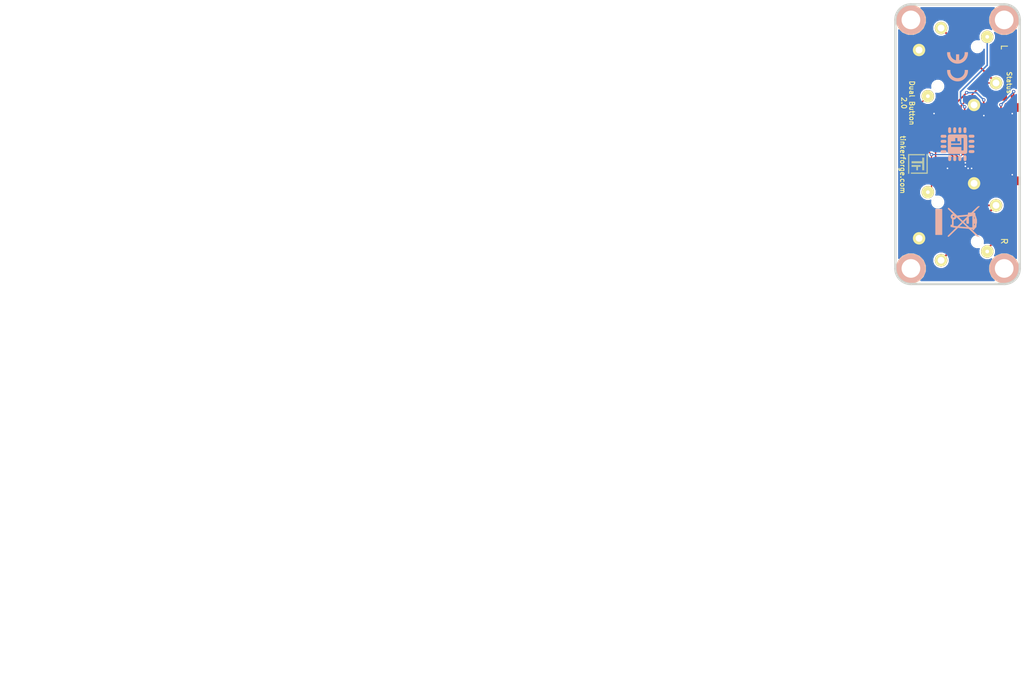
<source format=kicad_pcb>
(kicad_pcb (version 4) (host pcbnew 4.0.2+dfsg1-stable)
  (title_block (title "Dual Button Bricklet") (date 2018-02-21) (rev 2.0) (company "Tinkerforge GmbH") (comment 1 "Licensed under CERN OHL v.1.1") (comment 2 "Copyright (©) 2018, L.Lauer <lukas@tinkerforge.com>"))
  (layers (0 Vorderseite signal) (31 Rückseite signal) (34 B.Paste user) (35 F.Paste user) (36 B.SilkS user) (37 F.SilkS user) (38 B.Mask user) (39 F.Mask user) (44 Edge.Cuts user))
  (net 0 "")
  (net 1 D1)
  (net 2 D2)
  (net 3 GND)
  (net 4 SW1)
  (net 5 SW2)
  (net 6 VCC)
  (net 7 "Net-(C2-Pad2)")
  (net 8 "Net-(D1-Pad2)")
  (net 9 "Net-(P1-Pad1)")
  (net 10 "Net-(P1-Pad4)")
  (net 11 "Net-(P1-Pad5)")
  (net 12 "Net-(P1-Pad6)")
  (net 13 "Net-(P2-Pad1)")
  (net 14 "Net-(P3-Pad2)")
  (net 15 "Net-(R1-Pad1)")
  (net 16 S-MISO)
  (net 17 S-MOSI)
  (net 18 S-CLK)
  (net 19 S-CS)
  (net 20 "Net-(U1-Pad5)")
  (net 21 "Net-(U1-Pad6)")
  (net 22 "Net-(U1-Pad8)")
  (net 23 "Net-(U1-Pad16)")
  (net 24 "Net-(U1-Pad17)")
  (net 25 "Net-(U1-Pad21)")
  (net 26 "Net-(R2-Pad1)")
  (net 27 "Net-(R3-Pad1)")
  (net 28 "Net-(U1-Pad11)")
  (net 29 "Net-(U1-Pad12)")
  (net 30 "Net-(U1-Pad13)")
  (net 31 "Net-(U1-Pad14)")
  (net 32 "Net-(U1-Pad4)")
  (module kicad-libraries:TACT_SWITCH_12mm (layer Vorderseite) (at 169 96.5 45)
    (fp_text reference SW2)
    (fp_text value TACT_SWITCH_12MM)
    (pad 1 thru_hole circle (at -6.75 0 45) (size 2 2) (drill 0.6) (layers *.Cu *.Mask F.SilkS) (net 6 VCC))
    (pad 2 thru_hole circle (at 6.75 0 45) (size 2 2) (drill 0.6) (layers *.Cu *.Mask F.SilkS) (net 27 "Net-(R3-Pad1)"))
    (pad 3 thru_hole circle (at -2.5 -6.26 45) (size 2 2) (drill 1.1) (layers *.Cu *.Mask F.SilkS) (net 3 GND))
    (pad 4 thru_hole circle (at 2.5 -6.25 45) (size 2 2) (drill 1.1) (layers *.Cu *.Mask F.SilkS) (net 5 SW2))
    (pad 3 thru_hole circle (at -2.5 6.25 45) (size 2 2) (drill 1.1) (layers *.Cu *.Mask F.SilkS) (net 3 GND))
    (pad 4 thru_hole circle (at 2.5 6.25 45) (size 2 2) (drill 1.1) (layers *.Cu *.Mask F.SilkS) (net 5 SW2))
    (pad "" np_thru_hole circle (at -4.5 0 45) (size 1.6 1.6) (drill 1.6) (layers *.Cu *.Mask F.SilkS))
    (pad "" np_thru_hole circle (at 4.5 0 45) (size 1.6 1.6) (drill 1.6) (layers *.Cu *.Mask F.SilkS))
  )
  (module Logo_31x31 (layer Vorderseite) (at 164.2 110.6 270)
    (fp_text reference Ref** hide)
    (fp_text value Val** hide)
  )
  (module kicad-libraries:TACT_SWITCH_12mm (layer Vorderseite) (at 169 121.5 315)
    (fp_text reference SW1)
    (fp_text value TACT_SWITCH_12MM)
    (pad 1 thru_hole circle (at -6.75 0 315) (size 2 2) (drill 0.6) (layers *.Cu *.Mask F.SilkS) (net 6 VCC))
    (pad 2 thru_hole circle (at 6.75 0 315) (size 2 2) (drill 0.6) (layers *.Cu *.Mask F.SilkS) (net 26 "Net-(R2-Pad1)"))
    (pad 3 thru_hole circle (at -2.5 -6.26 315) (size 2 2) (drill 1.1) (layers *.Cu *.Mask F.SilkS) (net 3 GND))
    (pad 4 thru_hole circle (at 2.5 -6.25 315) (size 2 2) (drill 1.1) (layers *.Cu *.Mask F.SilkS) (net 4 SW1))
    (pad 3 thru_hole circle (at -2.5 6.25 315) (size 2 2) (drill 1.1) (layers *.Cu *.Mask F.SilkS) (net 3 GND))
    (pad 4 thru_hole circle (at 2.5 6.25 315) (size 2 2) (drill 1.1) (layers *.Cu *.Mask F.SilkS) (net 4 SW1))
    (pad "" np_thru_hole circle (at -4.5 0 315) (size 1.6 1.6) (drill 1.6) (layers *.Cu *.Mask F.SilkS))
    (pad "" np_thru_hole circle (at 4.5 0 315) (size 1.6 1.6) (drill 1.6) (layers *.Cu *.Mask F.SilkS))
  )
  (module kicad-libraries:CE_5mm (layer Rückseite) (at 169 96.5 90)
    (fp_text reference VAL hide)
    (fp_text value CE_5mm hide)
  )
  (module kicad-libraries:WEEE_7mm (layer Rückseite) (at 169 121.5 90)
    (fp_text reference VAL hide)
    (fp_text value WEEE_7mm hide)
  )
  (module kicad-libraries:D0603F (layer Vorderseite) (at 177.26 101.54 180)
    (fp_text reference D1)
    (fp_text value blue)
    (pad 1 smd rect (at -0.75 0 180) (size 0.9 0.9) (layers Vorderseite F.Paste F.Mask) (net 6 VCC))
    (pad 2 smd rect (at 0.75 0 180) (size 0.9 0.9) (layers Vorderseite F.Paste F.Mask) (net 8 "Net-(D1-Pad2)"))
  )
  (module kicad-libraries:CON-SENSOR2 (layer Vorderseite) (at 179 109 90)
    (fp_text reference P1)
    (fp_text value CON-SENSOR2)
    (pad 1 smd rect (at -3.75 -4.6 90) (size 0.6 1.8) (layers Vorderseite F.Paste F.Mask) (net 9 "Net-(P1-Pad1)"))
    (pad 2 smd rect (at -2.5 -4.6 90) (size 0.6 1.8) (layers Vorderseite F.Paste F.Mask) (net 3 GND))
    (pad EP smd rect (at -5.9 -1.2 90) (size 1.4 2.4) (layers Vorderseite F.Paste F.Mask) (net 3 GND))
    (pad EP smd rect (at 5.9 -1.2 90) (size 1.4 2.4) (layers Vorderseite F.Paste F.Mask) (net 3 GND))
    (pad 3 smd rect (at -1.25 -4.6 90) (size 0.6 1.8) (layers Vorderseite F.Paste F.Mask) (net 6 VCC))
    (pad 4 smd rect (at 0 -4.6 90) (size 0.6 1.8) (layers Vorderseite F.Paste F.Mask) (net 10 "Net-(P1-Pad4)"))
    (pad 5 smd rect (at 1.25 -4.6 90) (size 0.6 1.8) (layers Vorderseite F.Paste F.Mask) (net 11 "Net-(P1-Pad5)"))
    (pad 6 smd rect (at 2.5 -4.6 90) (size 0.6 1.8) (layers Vorderseite F.Paste F.Mask) (net 12 "Net-(P1-Pad6)"))
    (pad 7 smd rect (at 3.75 -4.6 90) (size 0.6 1.8) (layers Vorderseite F.Paste F.Mask) (net 7 "Net-(C2-Pad2)"))
  )
  (module kicad-libraries:DEBUG_PAD (layer Vorderseite) (at 163.03 107.94)
    (fp_text reference P2)
    (fp_text value DEBUG)
    (pad 1 smd circle (at 0 0) (size 0.7 0.7) (layers Vorderseite F.Paste F.Mask) (net 13 "Net-(P2-Pad1)"))
  )
  (module kicad-libraries:SolderJumper (layer Vorderseite) (at 166.68 112.19 135)
    (fp_text reference P3)
    (fp_text value BOOT)
    (pad 2 smd rect (at 0.55 0 135) (size 0.3 1.4) (layers Vorderseite F.Mask) (net 14 "Net-(P3-Pad2)"))
    (pad 2 smd rect (at 0.15 0 135) (size 0.6 0.5) (layers Vorderseite F.Mask) (net 14 "Net-(P3-Pad2)"))
    (pad 1 smd rect (at -0.5 0 135) (size 0.4 1.4) (layers Vorderseite F.Mask) (net 3 GND))
    (pad 1 smd rect (at -0.225 0.55 135) (size 0.95 0.3) (layers Vorderseite F.Mask) (net 3 GND))
    (pad 1 smd rect (at -0.225 -0.55 135) (size 0.95 0.3) (layers Vorderseite F.Mask) (net 3 GND))
  )
  (module kicad-libraries:R0603F (layer Vorderseite) (at 174.28 102.38 45)
    (fp_text reference R1)
    (fp_text value 1k)
    (pad 1 smd rect (at -0.75 0 45) (size 0.9 0.9) (layers Vorderseite F.Paste F.Mask) (net 15 "Net-(R1-Pad1)"))
    (pad 2 smd rect (at 0.75 0 45) (size 0.9 0.9) (layers Vorderseite F.Paste F.Mask) (net 8 "Net-(D1-Pad2)"))
  )
  (module kicad-libraries:4X0402 (layer Vorderseite) (at 172.1 107.1 90)
    (fp_text reference RP2)
    (fp_text value 82)
    (pad 1 smd rect (at -0.7493 0.575 270) (size 0.29972 0.65) (layers Vorderseite F.Paste F.Mask) (net 10 "Net-(P1-Pad4)"))
    (pad 2 smd rect (at -0.24892 0.575 270) (size 0.29972 0.65) (layers Vorderseite F.Paste F.Mask) (net 11 "Net-(P1-Pad5)"))
    (pad 3 smd rect (at 0.24892 0.575 270) (size 0.29972 0.65) (layers Vorderseite F.Paste F.Mask) (net 12 "Net-(P1-Pad6)"))
    (pad 4 smd rect (at 0.7493 0.575 270) (size 0.29972 0.65) (layers Vorderseite F.Paste F.Mask) (net 7 "Net-(C2-Pad2)"))
    (pad 5 smd rect (at 0.7493 -0.575 90) (size 0.29972 0.65) (layers Vorderseite F.Paste F.Mask) (net 16 S-MISO))
    (pad 6 smd rect (at 0.24892 -0.575 90) (size 0.29972 0.65) (layers Vorderseite F.Paste F.Mask) (net 17 S-MOSI))
    (pad 7 smd rect (at -0.24892 -0.575 90) (size 0.29972 0.65) (layers Vorderseite F.Paste F.Mask) (net 18 S-CLK))
    (pad 8 smd rect (at -0.7493 -0.575 90) (size 0.29972 0.65) (layers Vorderseite F.Paste F.Mask) (net 19 S-CS))
  )
  (module kicad-libraries:QFN24-4x4mm-0.5mm (layer Vorderseite) (at 166.54 107.49 225)
    (fp_text reference U1)
    (fp_text value XMC1XXX24)
    (pad 1 smd oval (at -2.025 -1.25 225) (size 1 0.3) (layers Vorderseite F.Paste F.Mask) (net 16 S-MISO))
    (pad 2 smd oval (at -2.025 -0.75 225) (size 1 0.3) (layers Vorderseite F.Paste F.Mask) (net 2 D2))
    (pad 3 smd oval (at -2.025 -0.25 225) (size 1 0.3) (layers Vorderseite F.Paste F.Mask) (net 5 SW2))
    (pad 4 smd oval (at -2.025 0.25 225) (size 1 0.3) (layers Vorderseite F.Paste F.Mask) (net 32 "Net-(U1-Pad4)"))
    (pad 5 smd oval (at -2.025 0.75 225) (size 1 0.3) (layers Vorderseite F.Paste F.Mask) (net 20 "Net-(U1-Pad5)"))
    (pad 6 smd oval (at -2.025 1.25 225) (size 1 0.3) (layers Vorderseite F.Paste F.Mask) (net 21 "Net-(U1-Pad6)"))
    (pad 7 smd oval (at -1.25 2.025 315) (size 1 0.3) (layers Vorderseite F.Paste F.Mask) (net 15 "Net-(R1-Pad1)"))
    (pad 8 smd oval (at -0.75 2.025 315) (size 1 0.3) (layers Vorderseite F.Paste F.Mask) (net 22 "Net-(U1-Pad8)"))
    (pad 9 smd oval (at -0.25 2.025 315) (size 1 0.3) (layers Vorderseite F.Paste F.Mask) (net 3 GND))
    (pad 10 smd oval (at 0.25 2.025 315) (size 1 0.3) (layers Vorderseite F.Paste F.Mask) (net 6 VCC))
    (pad 11 smd oval (at 0.75 2.025 315) (size 1 0.3) (layers Vorderseite F.Paste F.Mask) (net 28 "Net-(U1-Pad11)"))
    (pad 12 smd oval (at 1.25 2.025 315) (size 1 0.3) (layers Vorderseite F.Paste F.Mask) (net 29 "Net-(U1-Pad12)"))
    (pad 13 smd oval (at 2.025 1.25 225) (size 1 0.3) (layers Vorderseite F.Paste F.Mask) (net 30 "Net-(U1-Pad13)"))
    (pad 14 smd oval (at 2.025 0.75 225) (size 1 0.3) (layers Vorderseite F.Paste F.Mask) (net 31 "Net-(U1-Pad14)"))
    (pad 15 smd oval (at 2.025 0.25 225) (size 1 0.3) (layers Vorderseite F.Paste F.Mask) (net 13 "Net-(P2-Pad1)"))
    (pad 16 smd oval (at 2.025 -0.25 225) (size 1 0.3) (layers Vorderseite F.Paste F.Mask) (net 23 "Net-(U1-Pad16)"))
    (pad 17 smd oval (at 2.025 -0.75 225) (size 1 0.3) (layers Vorderseite F.Paste F.Mask) (net 24 "Net-(U1-Pad17)"))
    (pad 18 smd oval (at 2.025 -1.25 225) (size 1 0.3) (layers Vorderseite F.Paste F.Mask) (net 14 "Net-(P3-Pad2)"))
    (pad 19 smd oval (at 1.25 -2.025 315) (size 1 0.3) (layers Vorderseite F.Paste F.Mask) (net 4 SW1))
    (pad 20 smd oval (at 0.75 -2.025 315) (size 1 0.3) (layers Vorderseite F.Paste F.Mask) (net 1 D1))
    (pad 21 smd oval (at 0.25 -2.025 315) (size 1 0.3) (layers Vorderseite F.Paste F.Mask) (net 25 "Net-(U1-Pad21)"))
    (pad 22 smd oval (at -0.25 -2.025 315) (size 1 0.3) (layers Vorderseite F.Paste F.Mask) (net 19 S-CS))
    (pad 23 smd oval (at -0.75 -2.025 315) (size 1 0.3) (layers Vorderseite F.Paste F.Mask) (net 18 S-CLK))
    (pad 24 smd oval (at -1.25 -2.025 315) (size 1 0.3) (layers Vorderseite F.Paste F.Mask) (net 17 S-MOSI))
    (pad EXP smd rect (at 0.65 0.65 225) (size 1.3 1.3) (layers Vorderseite F.Paste F.Mask) (net 3 GND))
    (pad EXP smd rect (at 0.65 -0.65 225) (size 1.3 1.3) (layers Vorderseite F.Paste F.Mask) (net 3 GND))
    (pad EXP smd rect (at -0.65 0.65 225) (size 1.3 1.3) (layers Vorderseite F.Paste F.Mask) (net 3 GND))
    (pad EXP smd rect (at -0.65 -0.65 225) (size 1.3 1.3) (layers Vorderseite F.Paste F.Mask) (net 3 GND))
  )
  (module kicad-libraries:C0603F (layer Vorderseite) (at 164.18 105.12 225)
    (fp_text reference C4)
    (fp_text value 100nF)
    (pad 1 smd rect (at -0.75 0 225) (size 0.9 0.9) (layers Vorderseite F.Paste F.Mask) (net 3 GND))
    (pad 2 smd rect (at 0.75 0 225) (size 0.9 0.9) (layers Vorderseite F.Paste F.Mask) (net 6 VCC))
  )
  (module kicad-libraries:C0603F (layer Vorderseite) (at 170.99 111.42 90)
    (fp_text reference C3)
    (fp_text value 1uF)
    (pad 1 smd rect (at -0.75 0 90) (size 0.9 0.9) (layers Vorderseite F.Paste F.Mask) (net 3 GND))
    (pad 2 smd rect (at 0.75 0 90) (size 0.9 0.9) (layers Vorderseite F.Paste F.Mask) (net 6 VCC))
  )
  (module kicad-libraries:C0805 (layer Vorderseite) (at 172.46 111.21 90)
    (fp_text reference C1)
    (fp_text value 10uF)
    (pad 1 smd rect (at -1.00076 0 90) (size 1.00076 1.24968) (layers Vorderseite F.Paste F.Mask) (net 3 GND) (clearance 0.14986))
    (pad 2 smd rect (at 1.00076 0 90) (size 1.00076 1.24968) (layers Vorderseite F.Paste F.Mask) (net 6 VCC) (clearance 0.14986))
  )
  (module kicad-libraries:R0603F (layer Vorderseite) (at 174.4 115.96 135)
    (fp_text reference R2)
    (fp_text value 1k)
    (pad 1 smd rect (at -0.75 0 135) (size 0.9 0.9) (layers Vorderseite F.Paste F.Mask) (net 26 "Net-(R2-Pad1)"))
    (pad 2 smd rect (at 0.75 0 135) (size 0.9 0.9) (layers Vorderseite F.Paste F.Mask) (net 1 D1))
  )
  (module kicad-libraries:R0603F (layer Vorderseite) (at 170.39 105.17 225)
    (fp_text reference R3)
    (fp_text value 1k)
    (pad 1 smd rect (at -0.75 0 225) (size 0.9 0.9) (layers Vorderseite F.Paste F.Mask) (net 27 "Net-(R3-Pad1)"))
    (pad 2 smd rect (at 0.75 0 225) (size 0.9 0.9) (layers Vorderseite F.Paste F.Mask) (net 2 D2))
  )
  (module kicad-libraries:Logo_CoMCU (layer Rückseite) (at 169 109 90)
    (fp_text reference G*** hide)
    (fp_text value LOGO hide)
  )
  (module kicad-libraries:DRILL_NP (layer Vorderseite) (at 176.5 89)
    (fp_text reference U5 hide)
    (fp_text value DRILL hide)
    (pad "" np_thru_hole circle (at 0 0) (size 2.99974 2.99974) (drill 2.99974) (layers *.Cu *.Mask F.SilkS) (clearance 0.89916))
  )
  (module kicad-libraries:DRILL_NP (layer Vorderseite) (at 176.5 129 90)
    (fp_text reference U4 hide)
    (fp_text value DRILL hide)
    (pad "" np_thru_hole circle (at 0 0 90) (size 2.99974 2.99974) (drill 2.99974) (layers *.Cu *.Mask F.SilkS) (clearance 0.89916))
  )
  (module kicad-libraries:DRILL_NP (layer Vorderseite) (at 161.5 129)
    (fp_text reference U3 hide)
    (fp_text value DRILL hide)
    (pad "" np_thru_hole circle (at 0 0) (size 2.99974 2.99974) (drill 2.99974) (layers *.Cu *.Mask F.SilkS) (clearance 0.89916))
  )
  (module kicad-libraries:DRILL_NP (layer Vorderseite) (at 161.5 89 90)
    (fp_text reference U2 hide)
    (fp_text value DRILL hide)
    (pad "" np_thru_hole circle (at 0 0 90) (size 2.99974 2.99974) (drill 2.99974) (layers *.Cu *.Mask F.SilkS) (clearance 0.89916))
  )
  (module kicad-libraries:Fiducial_Mark (layer Vorderseite) (at 160.5 93)
    (fp_text reference Fiducial_Mark hide)
    (fp_text value VAL** hide)
    (pad 1 smd circle (at 0 0) (size 1.00076 1.00076) (layers Vorderseite F.Paste F.Mask) (clearance 0.65024))
  )
  (module kicad-libraries:Fiducial_Mark (layer Vorderseite) (at 177.5 117)
    (fp_text reference Fiducial_Mark hide)
    (fp_text value VAL** hide)
    (pad 1 smd circle (at 0 0) (size 1.00076 1.00076) (layers Vorderseite F.Paste F.Mask) (clearance 0.65024))
  )
  (module kicad-libraries:C0402F (layer Vorderseite) (at 172.6 104.9 270)
    (fp_text reference C2)
    (fp_text value 220pF)
    (pad 2 smd rect (at 0.5 0 270) (size 0.6 0.7) (layers Vorderseite F.Paste F.Mask) (net 7 "Net-(C2-Pad2)"))
    (pad 1 smd rect (at -0.5 0 270) (size 0.6 0.7) (layers Vorderseite F.Paste F.Mask) (net 3 GND))
  )
  (gr_text Status (at 177.31 99.1 270) (layer F.SilkS) (effects (font (size 0.75 0.75))))
  (gr_text R (at 176.5 124.61 270) (layer F.SilkS) (effects (font (size 1 1))))
  (gr_text L (at 176.5 93.39 270) (layer F.SilkS) (effects (font (size 1 1))))
  (gr_line (start 176.5 131.5) (end 161.55 131.5) (angle 90) (layer Edge.Cuts) (width 0.381))
  (gr_line (start 159 129.05) (end 159 89) (angle 90) (layer Edge.Cuts) (width 0.381))
  (gr_arc (start 161.5 129) (end 161.55 131.5) (angle 90) (layer Edge.Cuts) (width 0.381))
  (gr_line (start 161.5 86.5) (end 176.5 86.5) (angle 90) (layer Edge.Cuts) (width 0.381))
  (gr_line (start 179 89) (end 179 129) (angle 90) (layer Edge.Cuts) (width 0.381))
  (gr_arc (start 176.5 89) (end 176.5 86.5) (angle 90) (layer Edge.Cuts) (width 0.381))
  (gr_arc (start 161.5 89) (end 159 89) (angle 90) (layer Edge.Cuts) (width 0.381))
  (gr_arc (start 176.5 129) (end 179 129) (angle 90) (layer Edge.Cuts) (width 0.381))
  (gr_text tinkerforge.com (at 160.2 112.3 270) (layer F.SilkS) (effects (font (size 0.8001 0.8001) (thickness 0.14986))))
  (gr_text "Dual Button\n2.0\n" (at 161.02 102.37 270) (layer F.SilkS) (effects (font (size 0.8001 0.8001) (thickness 0.14986))))
  (segment (start 167.441561 109.452221) (end 167.441561 109.461561) (width 0.25) (layer Vorderseite) (net 1))
  (segment (start 167.441561 109.461561) (end 169.48 111.5) (width 0.25) (layer Vorderseite) (net 1))
  (segment (start 169.48 111.5) (end 169.48 112.84) (width 0.25) (layer Vorderseite) (net 1))
  (segment (start 169.48 112.84) (end 170.34 113.7) (width 0.25) (layer Vorderseite) (net 1))
  (segment (start 170.34 113.7) (end 172.14 113.7) (width 0.25) (layer Vorderseite) (net 1))
  (segment (start 172.14 113.7) (end 173.86967 115.42967) (width 0.25) (layer Vorderseite) (net 1))
  (segment (start 168.502221 106.588439) (end 168.502221 106.587779) (width 0.2) (layer Vorderseite) (net 2))
  (segment (start 168.502221 106.587779) (end 168.98 106.11) (width 0.2) (layer Vorderseite) (net 2))
  (segment (start 168.98 106.11) (end 169.45 106.11) (width 0.2) (layer Vorderseite) (net 2))
  (segment (start 169.45 106.11) (end 169.85967 105.70033) (width 0.2) (layer Vorderseite) (net 2))
  (segment (start 172.6 104.4) (end 173.23 104.4) (width 0.55) (layer Vorderseite) (net 3))
  (via (at 173.23 104.4) (size 0.55) (drill 0.25) (layers Vorderseite Rückseite) (net 3))
  (segment (start 167.033553 112.543553) (end 167.38 112.89) (width 0.2) (layer Vorderseite) (net 3))
  (via (at 167.38 112.89) (size 0.55) (drill 0.25) (layers Vorderseite Rückseite) (net 3))
  (segment (start 166.45019 112.738008) (end 166.458008 112.738008) (width 0.2) (layer Vorderseite) (net 3))
  (segment (start 166.458008 112.738008) (end 166.55 112.83) (width 0.2) (layer Vorderseite) (net 3))
  (segment (start 166.55 112.83) (end 166.76 112.83) (width 0.2) (layer Vorderseite) (net 3))
  (segment (start 166.76 112.83) (end 167.05 112.54) (width 0.2) (layer Vorderseite) (net 3))
  (segment (start 167.05 112.54) (end 167.033553 112.543553) (width 0.2) (layer Vorderseite) (net 3))
  (segment (start 167.228008 111.96019) (end 167.228008 111.978008) (width 0.2) (layer Vorderseite) (net 3))
  (segment (start 167.228008 111.978008) (end 167.33 112.08) (width 0.2) (layer Vorderseite) (net 3))
  (segment (start 167.33 112.08) (end 167.33 112.26) (width 0.2) (layer Vorderseite) (net 3))
  (segment (start 167.33 112.26) (end 167.04 112.55) (width 0.2) (layer Vorderseite) (net 3))
  (segment (start 167.04 112.55) (end 167.033553 112.543553) (width 0.2) (layer Vorderseite) (net 3))
  (segment (start 164.71033 104.58967) (end 164.71033 104.57967) (width 0.55) (layer Vorderseite) (net 3))
  (segment (start 164.71033 104.57967) (end 165.22 104.07) (width 0.55) (layer Vorderseite) (net 3))
  (via (at 165.22 104.07) (size 0.55) (drill 0.25) (layers Vorderseite Rückseite) (net 3))
  (segment (start 165.620761 107.49) (end 166.54 106.570761) (width 0.2) (layer Vorderseite) (net 3))
  (segment (start 167.459239 107.49) (end 166.54 108.409239) (width 0.2) (layer Vorderseite) (net 3))
  (segment (start 166.54 108.409239) (end 165.620761 107.49) (width 0.2) (layer Vorderseite) (net 3))
  (segment (start 166.54 106.570761) (end 167.459239 107.49) (width 0.2) (layer Vorderseite) (net 3))
  (segment (start 165.284885 105.881332) (end 165.301332 105.881332) (width 0.2) (layer Vorderseite) (net 3))
  (segment (start 165.301332 105.881332) (end 165.990761 106.570761) (width 0.2) (layer Vorderseite) (net 3))
  (segment (start 165.990761 106.570761) (end 166.54 106.570761) (width 0.2) (layer Vorderseite) (net 3))
  (segment (start 165.284885 105.881332) (end 165.284885 105.874885) (width 0.2) (layer Vorderseite) (net 3))
  (segment (start 165.284885 105.874885) (end 164.91 105.5) (width 0.2) (layer Vorderseite) (net 3))
  (segment (start 164.91 105.5) (end 164.91 104.78934) (width 0.2) (layer Vorderseite) (net 3))
  (segment (start 164.91 104.78934) (end 164.71033 104.58967) (width 0.2) (layer Vorderseite) (net 3))
  (segment (start 177.8 114.9) (end 177.8 113.92) (width 0.55) (layer Vorderseite) (net 3))
  (via (at 177.8 113.92) (size 0.55) (drill 0.25) (layers Vorderseite Rückseite) (net 3))
  (segment (start 177.8 103.1) (end 177.8 104.08) (width 0.55) (layer Vorderseite) (net 3))
  (via (at 177.8 104.08) (size 0.55) (drill 0.25) (layers Vorderseite Rückseite) (net 3))
  (via (at 171.26 112.9) (size 0.55) (drill 0.25) (layers Vorderseite Rückseite) (net 3))
  (segment (start 170.26 112) (end 170.82 112) (width 0.55) (layer Vorderseite) (net 3))
  (via (at 170.26 112) (size 0.55) (drill 0.25) (layers Vorderseite Rückseite) (net 3))
  (segment (start 170.82 112) (end 170.99 112.17) (width 0.55) (layer Vorderseite) (net 3))
  (segment (start 170.7 112.9) (end 171.26 112.9) (width 0.55) (layer Vorderseite) (net 3))
  (segment (start 170.99 112.63) (end 171.26 112.9) (width 0.55) (layer Vorderseite) (net 3))
  (segment (start 170.99 112.63) (end 170.99 112.17) (width 0.55) (layer Vorderseite) (net 3))
  (via (at 170.7 112.9) (size 0.55) (drill 0.25) (layers Vorderseite Rückseite) (net 3))
  (segment (start 170.7 112.9) (end 170.6 112.9) (width 0.55) (layer Vorderseite) (net 3))
  (segment (start 170.99 112.61) (end 170.7 112.9) (width 0.55) (layer Vorderseite) (net 3))
  (via (at 170.26 112.56) (size 0.55) (drill 0.25) (layers Vorderseite Rückseite) (net 3))
  (segment (start 170.26 112) (end 170.26 112.56) (width 0.55) (layer Vorderseite) (net 3))
  (segment (start 170.43 112.17) (end 170.26 112) (width 0.55) (layer Vorderseite) (net 3))
  (segment (start 170.43 112.17) (end 170.99 112.17) (width 0.55) (layer Vorderseite) (net 3))
  (segment (start 170.65 112.17) (end 170.26 112.56) (width 0.55) (layer Vorderseite) (net 3))
  (segment (start 170.6 112.9) (end 170.26 112.56) (width 0.55) (layer Vorderseite) (net 3))
  (segment (start 170.99 112.17) (end 170.99 112.61) (width 0.55) (layer Vorderseite) (net 3))
  (segment (start 172.46 112.21076) (end 171.03076 112.21076) (width 0.55) (layer Vorderseite) (net 3))
  (segment (start 171.03076 112.21076) (end 170.99 112.17) (width 0.55) (layer Vorderseite) (net 3))
  (segment (start 174.4 111.5) (end 173.17076 111.5) (width 0.55) (layer Vorderseite) (net 3))
  (segment (start 173.17076 111.5) (end 172.46 112.21076) (width 0.55) (layer Vorderseite) (net 3))
  (segment (start 167.088008 109.805775) (end 167.095775 109.805775) (width 0.25) (layer Vorderseite) (net 4))
  (segment (start 167.095775 109.805775) (end 169.02 111.73) (width 0.25) (layer Vorderseite) (net 4))
  (segment (start 169.02 111.73) (end 169.02 114.94) (width 0.25) (layer Vorderseite) (net 4))
  (segment (start 169.02 114.94) (end 172.92835 118.84835) (width 0.25) (layer Vorderseite) (net 4))
  (segment (start 172.92835 118.84835) (end 175.187184 118.84835) (width 0.25) (layer Vorderseite) (net 4))
  (segment (start 166.34835 127.687184) (end 175.187184 118.84835) (width 0.29972) (layer Vorderseite) (net 4))
  (segment (start 168.148668 106.234885) (end 168.155115 106.234885) (width 0.2) (layer Vorderseite) (net 5))
  (segment (start 168.155115 106.234885) (end 169.59 104.8) (width 0.2) (layer Vorderseite) (net 5))
  (segment (start 169.59 104.8) (end 169.59 102.77) (width 0.2) (layer Vorderseite) (net 5))
  (segment (start 169.59 102.77) (end 173.20835 99.15165) (width 0.2) (layer Vorderseite) (net 5))
  (segment (start 173.20835 99.15165) (end 175.187184 99.15165) (width 0.2) (layer Vorderseite) (net 5))
  (segment (start 175.187184 99.15165) (end 166.34835 90.312816) (width 0.29972) (layer Vorderseite) (net 5))
  (segment (start 170.99 110.67) (end 170.99 109.5) (width 0.25) (layer Vorderseite) (net 6))
  (segment (start 178.01 100.54) (end 178.01 101.54) (width 0.25) (layer Vorderseite) (net 6))
  (segment (start 178.02 100.53) (end 178.01 100.54) (width 0.25) (layer Vorderseite) (net 6))
  (via (at 178.02 100.53) (size 0.55) (drill 0.25) (layers Vorderseite Rückseite) (net 6))
  (segment (start 178.02 100.61) (end 178.02 100.53) (width 0.25) (layer Rückseite) (net 6))
  (segment (start 175.98 102.65) (end 178.02 100.61) (width 0.25) (layer Rückseite) (net 6))
  (via (at 175.98 102.65) (size 0.55) (drill 0.25) (layers Vorderseite Rückseite) (net 6))
  (segment (start 175.98 109.13) (end 175.98 102.65) (width 0.25) (layer Vorderseite) (net 6))
  (segment (start 175.5 109.61) (end 175.98 109.13) (width 0.25) (layer Vorderseite) (net 6))
  (segment (start 173.38 109.61) (end 175.5 109.61) (width 0.25) (layer Vorderseite) (net 6))
  (segment (start 173.08 109.31) (end 173.38 109.61) (width 0.25) (layer Vorderseite) (net 6))
  (segment (start 171.18 109.31) (end 173.08 109.31) (width 0.25) (layer Vorderseite) (net 6))
  (segment (start 170.99 109.5) (end 171.18 109.31) (width 0.25) (layer Vorderseite) (net 6))
  (segment (start 164.81 110.67) (end 164.81 116.144058) (width 0.2) (layer Vorderseite) (net 6))
  (segment (start 164.81 116.144058) (end 164.227029 116.727029) (width 0.2) (layer Vorderseite) (net 6))
  (segment (start 162.37 107.1) (end 162.37 103.13) (width 0.2) (layer Vorderseite) (net 6))
  (segment (start 162.37 103.13) (end 164.227029 101.272971) (width 0.2) (layer Vorderseite) (net 6))
  (segment (start 170.99 110.67) (end 169.5 110.67) (width 0.2) (layer Vorderseite) (net 6))
  (segment (start 162.37 106.93) (end 163.64967 105.65033) (width 0.2) (layer Vorderseite) (net 6))
  (segment (start 162.37 108.23) (end 162.37 107.1) (width 0.2) (layer Vorderseite) (net 6))
  (segment (start 162.37 107.1) (end 162.37 106.93) (width 0.2) (layer Vorderseite) (net 6))
  (segment (start 164.81 110.67) (end 162.37 108.23) (width 0.2) (layer Vorderseite) (net 6))
  (via (at 164.81 110.67) (size 0.55) (drill 0.25) (layers Vorderseite Rückseite) (net 6))
  (segment (start 169.5 110.67) (end 164.81 110.67) (width 0.2) (layer Rückseite) (net 6))
  (via (at 169.5 110.67) (size 0.55) (drill 0.25) (layers Vorderseite Rückseite) (net 6))
  (segment (start 164.931332 106.234885) (end 164.914885 106.234885) (width 0.2) (layer Vorderseite) (net 6))
  (segment (start 164.914885 106.234885) (end 164.53 105.85) (width 0.2) (layer Vorderseite) (net 6))
  (segment (start 164.53 105.85) (end 163.84934 105.85) (width 0.2) (layer Vorderseite) (net 6))
  (segment (start 163.84934 105.85) (end 163.64967 105.65033) (width 0.2) (layer Vorderseite) (net 6))
  (segment (start 172.46 110.20924) (end 171.91076 110.20924) (width 0.55) (layer Vorderseite) (net 6))
  (segment (start 171.91076 110.20924) (end 171.45 110.67) (width 0.55) (layer Vorderseite) (net 6))
  (segment (start 171.45 110.67) (end 170.99 110.67) (width 0.55) (layer Vorderseite) (net 6))
  (segment (start 174.4 110.25) (end 172.50076 110.25) (width 0.55) (layer Vorderseite) (net 6))
  (segment (start 172.50076 110.25) (end 172.46 110.20924) (width 0.45) (layer Vorderseite) (net 6))
  (segment (start 174.4 105.25) (end 173.22 105.25) (width 0.2) (layer Vorderseite) (net 7))
  (segment (start 173.07 105.4) (end 172.6 105.4) (width 0.2) (layer Vorderseite) (net 7))
  (segment (start 173.22 105.25) (end 173.07 105.4) (width 0.2) (layer Vorderseite) (net 7))
  (segment (start 172.6 105.55) (end 172.6 106.2757) (width 0.2) (layer Vorderseite) (net 7))
  (segment (start 172.6 106.2757) (end 172.675 106.3507) (width 0.2) (layer Vorderseite) (net 7))
  (segment (start 174.81033 101.84967) (end 174.86033 101.84967) (width 0.3) (layer Vorderseite) (net 8))
  (segment (start 174.86033 101.84967) (end 175.17 101.54) (width 0.25) (layer Vorderseite) (net 8))
  (segment (start 175.17 101.54) (end 176.51 101.54) (width 0.25) (layer Vorderseite) (net 8))
  (segment (start 174.4 109) (end 173.97 109) (width 0.2) (layer Vorderseite) (net 10))
  (segment (start 173.97 109) (end 173.24 108.27) (width 0.2) (layer Vorderseite) (net 10))
  (segment (start 173.24 108.27) (end 173.24 108) (width 0.2) (layer Vorderseite) (net 10))
  (segment (start 173.24 108) (end 173.0893 107.8493) (width 0.2) (layer Vorderseite) (net 10))
  (segment (start 173.0893 107.8493) (end 172.675 107.8493) (width 0.2) (layer Vorderseite) (net 10))
  (segment (start 174.4 107.75) (end 173.6 107.75) (width 0.2) (layer Vorderseite) (net 11))
  (segment (start 173.6 107.75) (end 173.19892 107.34892) (width 0.2) (layer Vorderseite) (net 11))
  (segment (start 173.19892 107.34892) (end 172.675 107.34892) (width 0.2) (layer Vorderseite) (net 11))
  (segment (start 174.4 106.5) (end 173.5 106.5) (width 0.2) (layer Vorderseite) (net 12))
  (segment (start 173.5 106.5) (end 173.14892 106.85108) (width 0.2) (layer Vorderseite) (net 12))
  (segment (start 173.14892 106.85108) (end 172.675 106.85108) (width 0.2) (layer Vorderseite) (net 12))
  (segment (start 164.931332 108.745115) (end 164.924885 108.745115) (width 0.2) (layer Vorderseite) (net 13))
  (segment (start 164.924885 108.745115) (end 164.46 109.21) (width 0.2) (layer Vorderseite) (net 13))
  (segment (start 164.46 109.21) (end 164.3 109.21) (width 0.2) (layer Vorderseite) (net 13))
  (segment (start 164.3 109.21) (end 163.03 107.94) (width 0.2) (layer Vorderseite) (net 13))
  (segment (start 166.291091 111.801091) (end 166.291091 111.791091) (width 0.2) (layer Vorderseite) (net 14))
  (segment (start 166.291091 111.791091) (end 165.47 110.97) (width 0.2) (layer Vorderseite) (net 14))
  (segment (start 165.47 110.327767) (end 165.991992 109.805775) (width 0.2) (layer Vorderseite) (net 14))
  (segment (start 165.47 110.97) (end 165.47 110.327767) (width 0.2) (layer Vorderseite) (net 14))
  (segment (start 166.573934 112.083934) (end 166.291091 111.801091) (width 0.25) (layer Vorderseite) (net 14))
  (segment (start 173.74967 102.91033) (end 173.74967 102.89967) (width 0.25) (layer Vorderseite) (net 15))
  (segment (start 173.74967 102.89967) (end 173.2 102.35) (width 0.25) (layer Vorderseite) (net 15))
  (segment (start 166.916217 104.25) (end 165.991992 105.174225) (width 0.25) (layer Vorderseite) (net 15))
  (segment (start 166.93 104.25) (end 166.916217 104.25) (width 0.25) (layer Vorderseite) (net 15))
  (segment (start 170.51 100.67) (end 166.93 104.25) (width 0.25) (layer Vorderseite) (net 15))
  (segment (start 170.47 100.71) (end 170.51 100.67) (width 0.25) (layer Vorderseite) (net 15))
  (segment (start 170.46 100.7) (end 170.47 100.71) (width 0.25) (layer Vorderseite) (net 15))
  (via (at 170.46 100.7) (size 0.55) (drill 0.25) (layers Vorderseite Rückseite) (net 15))
  (segment (start 172.02 100.7) (end 170.46 100.7) (width 0.25) (layer Rückseite) (net 15))
  (segment (start 173.2 101.88) (end 172.02 100.7) (width 0.25) (layer Rückseite) (net 15))
  (via (at 173.2 101.88) (size 0.55) (drill 0.25) (layers Vorderseite Rückseite) (net 15))
  (segment (start 173.2 102.35) (end 173.2 101.88) (width 0.25) (layer Vorderseite) (net 15))
  (segment (start 173.74967 102.91033) (end 173.74033 102.91033) (width 0.25) (layer Vorderseite) (net 15))
  (segment (start 171.525 106.3507) (end 170.7293 106.3507) (width 0.2) (layer Vorderseite) (net 16))
  (segment (start 169.297767 106.5) (end 168.855775 106.941992) (width 0.2) (layer Vorderseite) (net 16))
  (segment (start 169.47 106.5) (end 169.297767 106.5) (width 0.2) (layer Vorderseite) (net 16))
  (segment (start 169.7 106.73) (end 169.47 106.5) (width 0.2) (layer Vorderseite) (net 16))
  (segment (start 170.35 106.73) (end 169.7 106.73) (width 0.2) (layer Vorderseite) (net 16))
  (segment (start 170.7293 106.3507) (end 170.35 106.73) (width 0.2) (layer Vorderseite) (net 16))
  (segment (start 171.525 106.85108) (end 170.76892 106.85108) (width 0.2) (layer Vorderseite) (net 17))
  (segment (start 169.217767 108.4) (end 168.855775 108.038008) (width 0.2) (layer Vorderseite) (net 17))
  (segment (start 169.49 108.4) (end 169.217767 108.4) (width 0.2) (layer Vorderseite) (net 17))
  (segment (start 169.72 108.17) (end 169.49 108.4) (width 0.2) (layer Vorderseite) (net 17))
  (segment (start 169.72 107.9) (end 169.72 108.17) (width 0.2) (layer Vorderseite) (net 17))
  (segment (start 170.76892 106.85108) (end 169.72 107.9) (width 0.2) (layer Vorderseite) (net 17))
  (segment (start 171.525 107.34892) (end 170.83108 107.34892) (width 0.2) (layer Vorderseite) (net 18))
  (segment (start 168.90066 108.79) (end 168.502221 108.391561) (width 0.2) (layer Vorderseite) (net 18))
  (segment (start 169.61 108.79) (end 168.90066 108.79) (width 0.2) (layer Vorderseite) (net 18))
  (segment (start 170.09 108.31) (end 169.61 108.79) (width 0.2) (layer Vorderseite) (net 18))
  (segment (start 170.09 108.09) (end 170.09 108.31) (width 0.2) (layer Vorderseite) (net 18))
  (segment (start 170.83108 107.34892) (end 170.09 108.09) (width 0.2) (layer Vorderseite) (net 18))
  (segment (start 171.525 107.8493) (end 170.825678 107.8493) (width 0.2) (layer Vorderseite) (net 19))
  (segment (start 168.563553 109.16) (end 168.148668 108.745115) (width 0.2) (layer Vorderseite) (net 19))
  (segment (start 169.77 109.16) (end 168.563553 109.16) (width 0.2) (layer Vorderseite) (net 19))
  (segment (start 170.46 108.47) (end 169.77 109.16) (width 0.2) (layer Vorderseite) (net 19))
  (segment (start 170.46 108.214978) (end 170.46 108.47) (width 0.2) (layer Vorderseite) (net 19))
  (segment (start 170.825678 107.8493) (end 170.46 108.214978) (width 0.2) (layer Vorderseite) (net 19))
  (segment (start 174.93033 116.49033) (end 174.93033 116.53033) (width 0.25) (layer Vorderseite) (net 26))
  (segment (start 174.93033 116.53033) (end 176.68 118.28) (width 0.25) (layer Vorderseite) (net 26))
  (segment (start 176.68 118.28) (end 176.68 122.95) (width 0.25) (layer Vorderseite) (net 26))
  (segment (start 176.68 122.95) (end 173.772971 125.857029) (width 0.25) (layer Vorderseite) (net 26))
  (segment (start 173.772971 125.857029) (end 173.772971 126.272971) (width 0.25) (layer Vorderseite) (net 26))
  (segment (start 170.92033 104.63967) (end 170.92033 104.51033) (width 0.25) (layer Vorderseite) (net 27))
  (segment (start 170.92033 104.51033) (end 170.14 103.73) (width 0.25) (layer Vorderseite) (net 27))
  (segment (start 173.772971 96.277029) (end 173.772971 91.727029) (width 0.25) (layer Rückseite) (net 27))
  (segment (start 169.48 100.57) (end 173.772971 96.277029) (width 0.25) (layer Rückseite) (net 27))
  (segment (start 169.48 102.33) (end 169.48 100.57) (width 0.25) (layer Rückseite) (net 27))
  (segment (start 170.14 102.99) (end 169.48 102.33) (width 0.25) (layer Rückseite) (net 27))
  (via (at 170.14 102.99) (size 0.55) (drill 0.25) (layers Vorderseite Rückseite) (net 27))
  (segment (start 170.14 103.73) (end 170.14 102.99) (width 0.25) (layer Vorderseite) (net 27))
  (segment (start 170.92033 104.63967) (end 170.92033 104.27033) (width 0.2) (layer Vorderseite) (net 27))
  (zone (net 3) (net_name GND) (layer Rückseite) (connect_pads yes (clearance 0.24892)) (min_thickness 0.24892) (fill yes (arc_segments 16) (thermal_gap 0.29972) (thermal_bridge_width 0.29972))
    (polygon (pts (xy 159 131.5) (xy 179 131.5) (xy 179 86.5) (xy 159 86.5)))
  )
)
</source>
